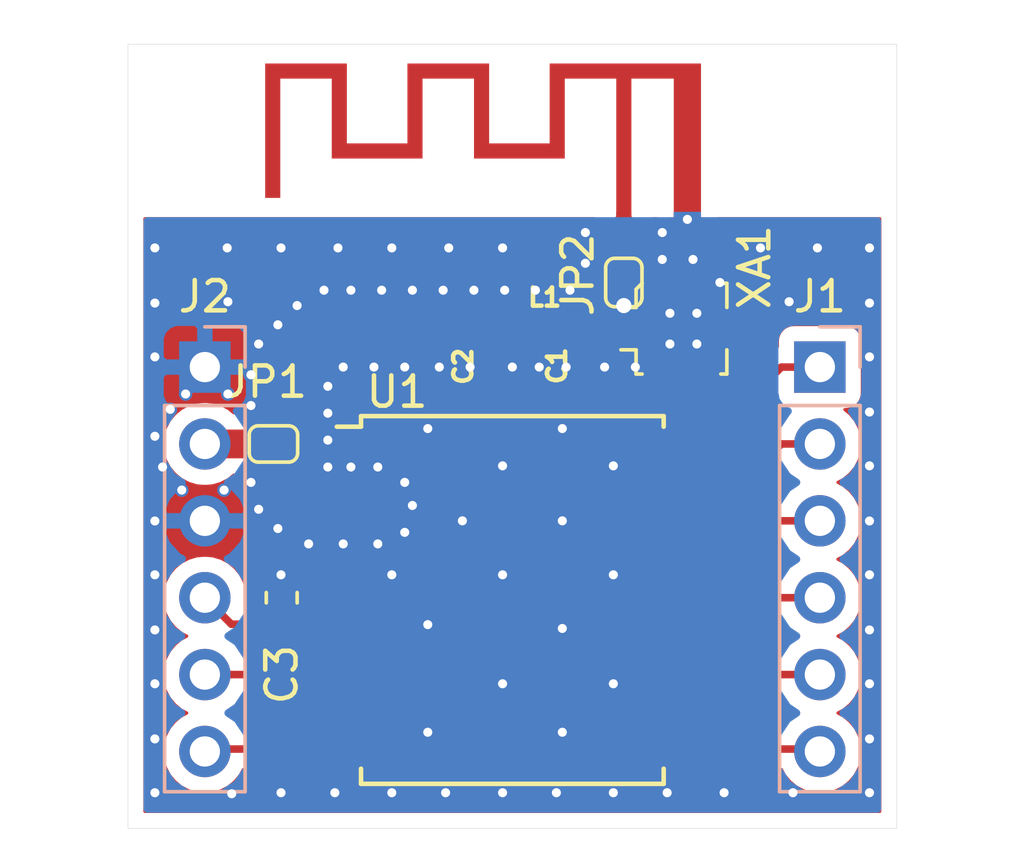
<source format=kicad_pcb>
(kicad_pcb (version 20171130) (host pcbnew "(5.0.1)-3")

  (general
    (thickness 1.6)
    (drawings 4)
    (tracks 161)
    (zones 0)
    (modules 12)
    (nets 15)
  )

  (page A4)
  (layers
    (0 F.Cu signal)
    (31 B.Cu signal)
    (32 B.Adhes user)
    (33 F.Adhes user)
    (34 B.Paste user)
    (35 F.Paste user)
    (36 B.SilkS user)
    (37 F.SilkS user)
    (38 B.Mask user)
    (39 F.Mask user)
    (40 Dwgs.User user)
    (41 Cmts.User user)
    (42 Eco1.User user)
    (43 Eco2.User user)
    (44 Edge.Cuts user)
    (45 Margin user)
    (46 B.CrtYd user)
    (47 F.CrtYd user)
    (48 B.Fab user)
    (49 F.Fab user)
  )

  (setup
    (last_trace_width 0.25)
    (trace_clearance 0.127)
    (zone_clearance 0.5)
    (zone_45_only no)
    (trace_min 0.2)
    (segment_width 0.2)
    (edge_width 0.15)
    (via_size 0.8)
    (via_drill 0.4)
    (via_min_size 0.5)
    (via_min_drill 0.25)
    (user_via 0.5 0.3)
    (uvia_size 0.3)
    (uvia_drill 0.1)
    (uvias_allowed no)
    (uvia_min_size 0.2)
    (uvia_min_drill 0.1)
    (pcb_text_width 0.3)
    (pcb_text_size 1.5 1.5)
    (mod_edge_width 0.15)
    (mod_text_size 1 1)
    (mod_text_width 0.15)
    (pad_size 0.5 0.5)
    (pad_drill 0.3)
    (pad_to_mask_clearance 0.051)
    (solder_mask_min_width 0.25)
    (aux_axis_origin 0 0)
    (grid_origin 60.96 107.95)
    (visible_elements 7FFFFFFF)
    (pcbplotparams
      (layerselection 0x010fc_ffffffff)
      (usegerberextensions false)
      (usegerberattributes false)
      (usegerberadvancedattributes false)
      (creategerberjobfile false)
      (excludeedgelayer true)
      (linewidth 0.100000)
      (plotframeref false)
      (viasonmask false)
      (mode 1)
      (useauxorigin false)
      (hpglpennumber 1)
      (hpglpenspeed 20)
      (hpglpendiameter 15.000000)
      (psnegative false)
      (psa4output false)
      (plotreference true)
      (plotvalue true)
      (plotinvisibletext false)
      (padsonsilk false)
      (subtractmaskfromsilk false)
      (outputformat 1)
      (mirror false)
      (drillshape 1)
      (scaleselection 1)
      (outputdirectory ""))
  )

  (net 0 "")
  (net 1 GND)
  (net 2 "Net-(J2-Pad2)")
  (net 3 "Net-(J1-Pad5)")
  (net 4 "Net-(J1-Pad4)")
  (net 5 "Net-(J1-Pad6)")
  (net 6 "Net-(J1-Pad2)")
  (net 7 "Net-(J1-Pad3)")
  (net 8 "Net-(J1-Pad1)")
  (net 9 "Net-(J2-Pad5)")
  (net 10 "Net-(J2-Pad6)")
  (net 11 /VCC)
  (net 12 /FEED)
  (net 13 /FEED_A)
  (net 14 /FEED_X)

  (net_class Default "This is the default net class."
    (clearance 0.127)
    (trace_width 0.25)
    (via_dia 0.8)
    (via_drill 0.4)
    (uvia_dia 0.3)
    (uvia_drill 0.1)
    (add_net "Net-(J1-Pad1)")
    (add_net "Net-(J1-Pad2)")
    (add_net "Net-(J1-Pad3)")
    (add_net "Net-(J1-Pad4)")
    (add_net "Net-(J1-Pad5)")
    (add_net "Net-(J1-Pad6)")
    (add_net "Net-(J2-Pad5)")
    (add_net "Net-(J2-Pad6)")
  )

  (net_class Feedline ""
    (clearance 0.127)
    (trace_width 0.95)
    (via_dia 0.8)
    (via_drill 0.4)
    (uvia_dia 0.3)
    (uvia_drill 0.1)
    (add_net /FEED)
    (add_net /FEED_A)
    (add_net /FEED_X)
    (add_net "Net-(J2-Pad2)")
  )

  (net_class Power ""
    (clearance 0.127)
    (trace_width 0.4)
    (via_dia 0.8)
    (via_drill 0.4)
    (uvia_dia 0.3)
    (uvia_drill 0.1)
    (add_net /VCC)
    (add_net GND)
  )

  (module air602bob:ant-via_tht (layer F.Cu) (tedit 5BE810D9) (tstamp 5BE81162)
    (at 77.343 90.678)
    (path /5BE8D56D)
    (fp_text reference XA2 (at 0 -2.032) (layer F.SilkS) hide
      (effects (font (size 0.6 0.6) (thickness 0.15)))
    )
    (fp_text value ant-tht_pad (at 0 -3.04) (layer F.Fab)
      (effects (font (size 1 1) (thickness 0.15)))
    )
    (pad 1 connect circle (at 0 0) (size 0.8 0.8) (layers F.Cu F.Mask)
      (net 14 /FEED_X))
    (pad 2 connect circle (at 0 0) (size 1 1) (layers B.Cu B.Mask)
      (net 1 GND))
    (pad "" np_thru_hole circle (at 0 0) (size 0.5 0.5) (drill 0.5) (layers *.Cu *.Mask)
      (zone_connect 0))
  )

  (module air602bob:SolderJumper-2_P0.6mm_Open_RoundedPad0.5x0.8mm (layer F.Cu) (tedit 5BE72664) (tstamp 5BE87BE7)
    (at 77.343 89.916 90)
    (descr "SMD Solder Jumper, 1x1.5mm, rounded Pads, 0.3mm gap, open")
    (tags "solder jumper open")
    (path /5BE6D88D)
    (attr virtual)
    (fp_text reference JP2 (at 0.254 -1.524 90) (layer F.SilkS)
      (effects (font (size 1 1) (thickness 0.15)))
    )
    (fp_text value SolderJumper_2_Open (at 0 1.778 90) (layer F.Fab)
      (effects (font (size 1 1) (thickness 0.15)))
    )
    (fp_line (start 1.016 0.762) (end -1.016 0.762) (layer F.CrtYd) (width 0.05))
    (fp_line (start 1.016 0.762) (end 1.016 -0.762) (layer F.CrtYd) (width 0.05))
    (fp_line (start -1.016 -0.762) (end -1.016 0.762) (layer F.CrtYd) (width 0.05))
    (fp_line (start -1.016 -0.762) (end 1.016 -0.762) (layer F.CrtYd) (width 0.05))
    (fp_line (start -0.5 -0.6) (end 0.5 -0.6) (layer F.SilkS) (width 0.12))
    (fp_line (start 0.8 -0.3) (end 0.8 0.3) (layer F.SilkS) (width 0.12))
    (fp_line (start 0.5 0.6) (end -0.5 0.6) (layer F.SilkS) (width 0.12))
    (fp_line (start -0.8 0.3) (end -0.8 -0.3) (layer F.SilkS) (width 0.12))
    (fp_arc (start -0.5 -0.3) (end -0.5 -0.6) (angle -90) (layer F.SilkS) (width 0.12))
    (fp_arc (start -0.5 0.3) (end -0.8 0.3) (angle -90) (layer F.SilkS) (width 0.12))
    (fp_arc (start 0.5 0.3) (end 0.5 0.6) (angle -90) (layer F.SilkS) (width 0.12))
    (fp_arc (start 0.5 -0.3) (end 0.8 -0.3) (angle -90) (layer F.SilkS) (width 0.12))
    (pad 2 smd custom (at 0.4 0.00254 270) (size 0.4 0.4) (layers F.Cu F.Mask)
      (net 13 /FEED_A) (zone_connect 0)
      (options (clearance outline) (anchor rect))
      (primitives
        (gr_circle (center 0 0.2) (end 0.2 0.2) (width 0))
        (gr_circle (center 0 -0.2) (end 0.2 -0.2) (width 0))
        (gr_poly (pts
           (xy 0 -0.4) (xy 0.3 -0.4) (xy 0.3 0.4) (xy 0 0.4)) (width 0))
      ))
    (pad 1 smd custom (at -0.4 0 90) (size 0.4 0.4) (layers F.Cu F.Mask)
      (net 14 /FEED_X) (zone_connect 0)
      (options (clearance outline) (anchor rect))
      (primitives
        (gr_circle (center 0 0.2) (end 0.2 0.2) (width 0))
        (gr_circle (center 0 -0.2) (end 0.2 -0.2) (width 0))
        (gr_poly (pts
           (xy 0 -0.4) (xy 0.3 -0.4) (xy 0.3 0.4) (xy 0 0.4)) (width 0))
      ))
  )

  (module air602bob:SolderJumper-2_P0.6mm_Open_RoundedPad0.5x0.8mm (layer F.Cu) (tedit 5BE72664) (tstamp 5BE87BD6)
    (at 65.767 95.25 180)
    (descr "SMD Solder Jumper, 1x1.5mm, rounded Pads, 0.3mm gap, open")
    (tags "solder jumper open")
    (path /5BE3446A)
    (attr virtual)
    (fp_text reference JP1 (at 0.254 2.05 180) (layer F.SilkS)
      (effects (font (size 1 1) (thickness 0.15)))
    )
    (fp_text value SolderJumper_2_Open (at 0 1.778 180) (layer F.Fab)
      (effects (font (size 1 1) (thickness 0.15)))
    )
    (fp_arc (start 0.5 -0.3) (end 0.8 -0.3) (angle -90) (layer F.SilkS) (width 0.12))
    (fp_arc (start 0.5 0.3) (end 0.5 0.6) (angle -90) (layer F.SilkS) (width 0.12))
    (fp_arc (start -0.5 0.3) (end -0.8 0.3) (angle -90) (layer F.SilkS) (width 0.12))
    (fp_arc (start -0.5 -0.3) (end -0.5 -0.6) (angle -90) (layer F.SilkS) (width 0.12))
    (fp_line (start -0.8 0.3) (end -0.8 -0.3) (layer F.SilkS) (width 0.12))
    (fp_line (start 0.5 0.6) (end -0.5 0.6) (layer F.SilkS) (width 0.12))
    (fp_line (start 0.8 -0.3) (end 0.8 0.3) (layer F.SilkS) (width 0.12))
    (fp_line (start -0.5 -0.6) (end 0.5 -0.6) (layer F.SilkS) (width 0.12))
    (fp_line (start -1.016 -0.762) (end 1.016 -0.762) (layer F.CrtYd) (width 0.05))
    (fp_line (start -1.016 -0.762) (end -1.016 0.762) (layer F.CrtYd) (width 0.05))
    (fp_line (start 1.016 0.762) (end 1.016 -0.762) (layer F.CrtYd) (width 0.05))
    (fp_line (start 1.016 0.762) (end -1.016 0.762) (layer F.CrtYd) (width 0.05))
    (pad 1 smd custom (at -0.4 0 180) (size 0.4 0.4) (layers F.Cu F.Mask)
      (net 12 /FEED) (zone_connect 0)
      (options (clearance outline) (anchor rect))
      (primitives
        (gr_circle (center 0 0.2) (end 0.2 0.2) (width 0))
        (gr_circle (center 0 -0.2) (end 0.2 -0.2) (width 0))
        (gr_poly (pts
           (xy 0 -0.4) (xy 0.3 -0.4) (xy 0.3 0.4) (xy 0 0.4)) (width 0))
      ))
    (pad 2 smd custom (at 0.4 0.00254) (size 0.4 0.4) (layers F.Cu F.Mask)
      (net 2 "Net-(J2-Pad2)") (zone_connect 0)
      (options (clearance outline) (anchor rect))
      (primitives
        (gr_circle (center 0 0.2) (end 0.2 0.2) (width 0))
        (gr_circle (center 0 -0.2) (end 0.2 -0.2) (width 0))
        (gr_poly (pts
           (xy 0 -0.4) (xy 0.3 -0.4) (xy 0.3 0.4) (xy 0 0.4)) (width 0))
      ))
  )

  (module Connector_Coaxial:U.FL_Molex_MCRF_73412-0110_Vertical (layer F.Cu) (tedit 5A1B5B59) (tstamp 5BE83D00)
    (at 79.248 91.44 270)
    (descr "Molex Microcoaxial RF Connectors (MCRF), mates Hirose U.FL, (http://www.molex.com/pdm_docs/sd/734120110_sd.pdf)")
    (tags "mcrf hirose ufl u.fl microcoaxial")
    (path /5BE7543D)
    (attr smd)
    (fp_text reference XA1 (at -2.032 -2.413 270) (layer F.SilkS)
      (effects (font (size 1 1) (thickness 0.15)))
    )
    (fp_text value "u.Fl male" (at 0 -3.302 270) (layer F.Fab)
      (effects (font (size 1 1) (thickness 0.15)))
    )
    (fp_line (start 0 1) (end 0.3 1.3) (layer F.Fab) (width 0.1))
    (fp_line (start -0.3 1.3) (end 0 1) (layer F.Fab) (width 0.1))
    (fp_line (start 0.7 1.5) (end 0.7 2) (layer F.SilkS) (width 0.12))
    (fp_line (start -0.7 1.5) (end -0.7 2) (layer F.SilkS) (width 0.12))
    (fp_text user %R (at 0 3.5 270) (layer F.Fab)
      (effects (font (size 1 1) (thickness 0.15)))
    )
    (fp_circle (center 0 0) (end 0 0.05) (layer F.Fab) (width 0.1))
    (fp_circle (center 0 0) (end 0 0.125) (layer F.Fab) (width 0.1))
    (fp_line (start -0.7 1.5) (end -1.3 1.5) (layer F.SilkS) (width 0.12))
    (fp_line (start -1.3 1.5) (end -1.5 1.3) (layer F.SilkS) (width 0.12))
    (fp_line (start 1.5 1.3) (end 1.5 1.5) (layer F.SilkS) (width 0.12))
    (fp_line (start 1.5 1.5) (end 0.7 1.5) (layer F.SilkS) (width 0.12))
    (fp_line (start 0.7 -1.5) (end 1.5 -1.5) (layer F.SilkS) (width 0.12))
    (fp_line (start 1.5 -1.5) (end 1.5 -1.3) (layer F.SilkS) (width 0.12))
    (fp_line (start -1.5 -1.3) (end -1.5 -1.5) (layer F.SilkS) (width 0.12))
    (fp_line (start -1.5 -1.5) (end -0.7 -1.5) (layer F.SilkS) (width 0.12))
    (fp_circle (center 0 0) (end 0.9 0) (layer F.Fab) (width 0.1))
    (fp_line (start -1.3 -1.3) (end 1.3 -1.3) (layer F.Fab) (width 0.1))
    (fp_line (start -1.3 -1.3) (end -1.3 1) (layer F.Fab) (width 0.1))
    (fp_line (start -1.3 1) (end -1 1.3) (layer F.Fab) (width 0.1))
    (fp_line (start 1.3 -1.3) (end 1.3 1.3) (layer F.Fab) (width 0.1))
    (fp_line (start -2.5 -2.5) (end -2.5 2.5) (layer F.CrtYd) (width 0.05))
    (fp_line (start -2.5 2.5) (end 2.5 2.5) (layer F.CrtYd) (width 0.05))
    (fp_line (start 2.5 2.5) (end 2.5 -2.5) (layer F.CrtYd) (width 0.05))
    (fp_line (start 2.5 -2.5) (end -2.5 -2.5) (layer F.CrtYd) (width 0.05))
    (fp_line (start -1 1.3) (end 1.3 1.3) (layer F.Fab) (width 0.1))
    (fp_circle (center 0 0) (end 0 0.2) (layer F.Fab) (width 0.1))
    (pad 2 smd rect (at -1.475 0 270) (size 1.05 2.2) (layers F.Cu F.Paste F.Mask)
      (net 1 GND))
    (pad 2 smd rect (at 1.475 0 270) (size 1.05 2.2) (layers F.Cu F.Paste F.Mask)
      (net 1 GND))
    (pad 2 smd rect (at 0 -1.5 270) (size 1 1) (layers F.Cu F.Paste F.Mask)
      (net 1 GND))
    (pad 1 smd rect (at 0 1.5 270) (size 1 1) (layers F.Cu F.Paste F.Mask)
      (net 14 /FEED_X))
    (model ${KISYS3DMOD}/Connector_Coaxial.3dshapes/U.FL_Molex_MCRF_73412-0110_Vertical.wrl
      (at (xyz 0 0 0))
      (scale (xyz 1 1 1))
      (rotate (xyz 0 0 0))
    )
  )

  (module Capacitor_SMD:C_0603_1608Metric_Pad1.05x0.95mm_HandSolder (layer F.Cu) (tedit 5B301BBE) (tstamp 5BE8274D)
    (at 66.04 100.33 90)
    (descr "Capacitor SMD 0603 (1608 Metric), square (rectangular) end terminal, IPC_7351 nominal with elongated pad for handsoldering. (Body size source: http://www.tortai-tech.com/upload/download/2011102023233369053.pdf), generated with kicad-footprint-generator")
    (tags "capacitor handsolder")
    (path /5BE75E85)
    (attr smd)
    (fp_text reference C3 (at -2.54 0 90) (layer F.SilkS)
      (effects (font (size 1 1) (thickness 0.15)))
    )
    (fp_text value "x pF" (at 0 1.43 90) (layer F.Fab)
      (effects (font (size 1 1) (thickness 0.15)))
    )
    (fp_line (start -0.8 0.4) (end -0.8 -0.4) (layer F.Fab) (width 0.1))
    (fp_line (start -0.8 -0.4) (end 0.8 -0.4) (layer F.Fab) (width 0.1))
    (fp_line (start 0.8 -0.4) (end 0.8 0.4) (layer F.Fab) (width 0.1))
    (fp_line (start 0.8 0.4) (end -0.8 0.4) (layer F.Fab) (width 0.1))
    (fp_line (start -0.171267 -0.51) (end 0.171267 -0.51) (layer F.SilkS) (width 0.12))
    (fp_line (start -0.171267 0.51) (end 0.171267 0.51) (layer F.SilkS) (width 0.12))
    (fp_line (start -1.65 0.73) (end -1.65 -0.73) (layer F.CrtYd) (width 0.05))
    (fp_line (start -1.65 -0.73) (end 1.65 -0.73) (layer F.CrtYd) (width 0.05))
    (fp_line (start 1.65 -0.73) (end 1.65 0.73) (layer F.CrtYd) (width 0.05))
    (fp_line (start 1.65 0.73) (end -1.65 0.73) (layer F.CrtYd) (width 0.05))
    (fp_text user %R (at 0 0 180) (layer F.Fab)
      (effects (font (size 0.4 0.4) (thickness 0.06)))
    )
    (pad 1 smd roundrect (at -0.875 0 90) (size 1.05 0.95) (layers F.Cu F.Paste F.Mask) (roundrect_rratio 0.25)
      (net 11 /VCC))
    (pad 2 smd roundrect (at 0.875 0 90) (size 1.05 0.95) (layers F.Cu F.Paste F.Mask) (roundrect_rratio 0.25)
      (net 1 GND))
    (model ${KISYS3DMOD}/Capacitor_SMD.3dshapes/C_0603_1608Metric.wrl
      (at (xyz 0 0 0))
      (scale (xyz 1 1 1))
      (rotate (xyz 0 0 0))
    )
  )

  (module Capacitor_SMD:C_0402_1005Metric (layer F.Cu) (tedit 5BE71DE0) (tstamp 5BE82BC9)
    (at 73.025 92.202 90)
    (descr "Capacitor SMD 0402 (1005 Metric), square (rectangular) end terminal, IPC_7351 nominal, (Body size source: http://www.tortai-tech.com/upload/download/2011102023233369053.pdf), generated with kicad-footprint-generator")
    (tags capacitor)
    (path /5BE6EE15)
    (attr smd)
    (fp_text reference C2 (at -0.485 -0.99 90) (layer F.SilkS)
      (effects (font (size 0.6 0.6) (thickness 0.15)))
    )
    (fp_text value "x pF" (at 0 1.17 90) (layer F.Fab)
      (effects (font (size 1 1) (thickness 0.15)))
    )
    (fp_text user %R (at 0 0 90) (layer F.Fab)
      (effects (font (size 0.25 0.25) (thickness 0.04)))
    )
    (fp_line (start 0.93 0.47) (end -0.93 0.47) (layer F.CrtYd) (width 0.05))
    (fp_line (start 0.93 -0.47) (end 0.93 0.47) (layer F.CrtYd) (width 0.05))
    (fp_line (start -0.93 -0.47) (end 0.93 -0.47) (layer F.CrtYd) (width 0.05))
    (fp_line (start -0.93 0.47) (end -0.93 -0.47) (layer F.CrtYd) (width 0.05))
    (fp_line (start 0.5 0.25) (end -0.5 0.25) (layer F.Fab) (width 0.1))
    (fp_line (start 0.5 -0.25) (end 0.5 0.25) (layer F.Fab) (width 0.1))
    (fp_line (start -0.5 -0.25) (end 0.5 -0.25) (layer F.Fab) (width 0.1))
    (fp_line (start -0.5 0.25) (end -0.5 -0.25) (layer F.Fab) (width 0.1))
    (pad 2 smd roundrect (at 0.485 0 90) (size 0.59 0.64) (layers F.Cu F.Paste F.Mask) (roundrect_rratio 0.25)
      (net 12 /FEED))
    (pad 1 smd roundrect (at -0.485 0 90) (size 0.59 0.64) (layers F.Cu F.Paste F.Mask) (roundrect_rratio 0.25)
      (net 1 GND))
    (model ${KISYS3DMOD}/Capacitor_SMD.3dshapes/C_0402_1005Metric.wrl
      (at (xyz 0 0 0))
      (scale (xyz 1 1 1))
      (rotate (xyz 0 0 0))
    )
  )

  (module Capacitor_SMD:C_0402_1005Metric (layer F.Cu) (tedit 5BE71DE6) (tstamp 5BE80826)
    (at 76.073 92.202 90)
    (descr "Capacitor SMD 0402 (1005 Metric), square (rectangular) end terminal, IPC_7351 nominal, (Body size source: http://www.tortai-tech.com/upload/download/2011102023233369053.pdf), generated with kicad-footprint-generator")
    (tags capacitor)
    (path /5BE6F551)
    (attr smd)
    (fp_text reference C1 (at -0.465 -0.94 90) (layer F.SilkS)
      (effects (font (size 0.6 0.6) (thickness 0.15)))
    )
    (fp_text value "x pF" (at 0 1.17 90) (layer F.Fab)
      (effects (font (size 1 1) (thickness 0.15)))
    )
    (fp_line (start -0.5 0.25) (end -0.5 -0.25) (layer F.Fab) (width 0.1))
    (fp_line (start -0.5 -0.25) (end 0.5 -0.25) (layer F.Fab) (width 0.1))
    (fp_line (start 0.5 -0.25) (end 0.5 0.25) (layer F.Fab) (width 0.1))
    (fp_line (start 0.5 0.25) (end -0.5 0.25) (layer F.Fab) (width 0.1))
    (fp_line (start -0.93 0.47) (end -0.93 -0.47) (layer F.CrtYd) (width 0.05))
    (fp_line (start -0.93 -0.47) (end 0.93 -0.47) (layer F.CrtYd) (width 0.05))
    (fp_line (start 0.93 -0.47) (end 0.93 0.47) (layer F.CrtYd) (width 0.05))
    (fp_line (start 0.93 0.47) (end -0.93 0.47) (layer F.CrtYd) (width 0.05))
    (fp_text user %R (at 0 0 90) (layer F.Fab)
      (effects (font (size 0.25 0.25) (thickness 0.04)))
    )
    (pad 1 smd roundrect (at -0.485 0 90) (size 0.59 0.64) (layers F.Cu F.Paste F.Mask) (roundrect_rratio 0.25)
      (net 1 GND))
    (pad 2 smd roundrect (at 0.485 0 90) (size 0.59 0.64) (layers F.Cu F.Paste F.Mask) (roundrect_rratio 0.25)
      (net 14 /FEED_X))
    (model ${KISYS3DMOD}/Capacitor_SMD.3dshapes/C_0402_1005Metric.wrl
      (at (xyz 0 0 0))
      (scale (xyz 1 1 1))
      (rotate (xyz 0 0 0))
    )
  )

  (module Connector_PinHeader_2.54mm:PinHeader_1x06_P2.54mm_Vertical (layer B.Cu) (tedit 59FED5CC) (tstamp 5BE81164)
    (at 63.5 92.71 180)
    (descr "Through hole straight pin header, 1x06, 2.54mm pitch, single row")
    (tags "Through hole pin header THT 1x06 2.54mm single row")
    (path /5BE3318E)
    (fp_text reference J2 (at 0 2.33 180) (layer F.SilkS)
      (effects (font (size 1 1) (thickness 0.15)))
    )
    (fp_text value Conn_01x06_Male (at 0 -15.03 180) (layer B.Fab)
      (effects (font (size 1 1) (thickness 0.15)) (justify mirror))
    )
    (fp_text user %R (at 0 -6.35 90) (layer B.Fab)
      (effects (font (size 1 1) (thickness 0.15)) (justify mirror))
    )
    (fp_line (start 1.8 1.8) (end -1.8 1.8) (layer B.CrtYd) (width 0.05))
    (fp_line (start 1.8 -14.5) (end 1.8 1.8) (layer B.CrtYd) (width 0.05))
    (fp_line (start -1.8 -14.5) (end 1.8 -14.5) (layer B.CrtYd) (width 0.05))
    (fp_line (start -1.8 1.8) (end -1.8 -14.5) (layer B.CrtYd) (width 0.05))
    (fp_line (start -1.33 1.33) (end 0 1.33) (layer B.SilkS) (width 0.12))
    (fp_line (start -1.33 0) (end -1.33 1.33) (layer B.SilkS) (width 0.12))
    (fp_line (start -1.33 -1.27) (end 1.33 -1.27) (layer B.SilkS) (width 0.12))
    (fp_line (start 1.33 -1.27) (end 1.33 -14.03) (layer B.SilkS) (width 0.12))
    (fp_line (start -1.33 -1.27) (end -1.33 -14.03) (layer B.SilkS) (width 0.12))
    (fp_line (start -1.33 -14.03) (end 1.33 -14.03) (layer B.SilkS) (width 0.12))
    (fp_line (start -1.27 0.635) (end -0.635 1.27) (layer B.Fab) (width 0.1))
    (fp_line (start -1.27 -13.97) (end -1.27 0.635) (layer B.Fab) (width 0.1))
    (fp_line (start 1.27 -13.97) (end -1.27 -13.97) (layer B.Fab) (width 0.1))
    (fp_line (start 1.27 1.27) (end 1.27 -13.97) (layer B.Fab) (width 0.1))
    (fp_line (start -0.635 1.27) (end 1.27 1.27) (layer B.Fab) (width 0.1))
    (pad 6 thru_hole oval (at 0 -12.7 180) (size 1.7 1.7) (drill 1) (layers *.Cu *.Mask)
      (net 10 "Net-(J2-Pad6)"))
    (pad 5 thru_hole oval (at 0 -10.16 180) (size 1.7 1.7) (drill 1) (layers *.Cu *.Mask)
      (net 9 "Net-(J2-Pad5)"))
    (pad 4 thru_hole oval (at 0 -7.62 180) (size 1.7 1.7) (drill 1) (layers *.Cu *.Mask)
      (net 11 /VCC))
    (pad 3 thru_hole oval (at 0 -5.08 180) (size 1.7 1.7) (drill 1) (layers *.Cu *.Mask)
      (net 1 GND))
    (pad 2 thru_hole oval (at 0 -2.54 180) (size 1.7 1.7) (drill 1) (layers *.Cu *.Mask)
      (net 2 "Net-(J2-Pad2)"))
    (pad 1 thru_hole rect (at 0 0 180) (size 1.7 1.7) (drill 1) (layers *.Cu *.Mask)
      (net 1 GND))
    (model ${KISYS3DMOD}/Connector_PinHeader_2.54mm.3dshapes/PinHeader_1x06_P2.54mm_Vertical.wrl
      (at (xyz 0 0 0))
      (scale (xyz 1 1 1))
      (rotate (xyz 0 0 0))
    )
  )

  (module Connector_PinHeader_2.54mm:PinHeader_1x06_P2.54mm_Vertical (layer B.Cu) (tedit 59FED5CC) (tstamp 5BE807DB)
    (at 83.82 92.71 180)
    (descr "Through hole straight pin header, 1x06, 2.54mm pitch, single row")
    (tags "Through hole pin header THT 1x06 2.54mm single row")
    (path /5BD966A0)
    (fp_text reference J1 (at 0 2.33 180) (layer F.SilkS)
      (effects (font (size 1 1) (thickness 0.15)))
    )
    (fp_text value Conn_01x06_Male (at 0 -15.03 180) (layer B.Fab)
      (effects (font (size 1 1) (thickness 0.15)) (justify mirror))
    )
    (fp_line (start -0.635 1.27) (end 1.27 1.27) (layer B.Fab) (width 0.1))
    (fp_line (start 1.27 1.27) (end 1.27 -13.97) (layer B.Fab) (width 0.1))
    (fp_line (start 1.27 -13.97) (end -1.27 -13.97) (layer B.Fab) (width 0.1))
    (fp_line (start -1.27 -13.97) (end -1.27 0.635) (layer B.Fab) (width 0.1))
    (fp_line (start -1.27 0.635) (end -0.635 1.27) (layer B.Fab) (width 0.1))
    (fp_line (start -1.33 -14.03) (end 1.33 -14.03) (layer B.SilkS) (width 0.12))
    (fp_line (start -1.33 -1.27) (end -1.33 -14.03) (layer B.SilkS) (width 0.12))
    (fp_line (start 1.33 -1.27) (end 1.33 -14.03) (layer B.SilkS) (width 0.12))
    (fp_line (start -1.33 -1.27) (end 1.33 -1.27) (layer B.SilkS) (width 0.12))
    (fp_line (start -1.33 0) (end -1.33 1.33) (layer B.SilkS) (width 0.12))
    (fp_line (start -1.33 1.33) (end 0 1.33) (layer B.SilkS) (width 0.12))
    (fp_line (start -1.8 1.8) (end -1.8 -14.5) (layer B.CrtYd) (width 0.05))
    (fp_line (start -1.8 -14.5) (end 1.8 -14.5) (layer B.CrtYd) (width 0.05))
    (fp_line (start 1.8 -14.5) (end 1.8 1.8) (layer B.CrtYd) (width 0.05))
    (fp_line (start 1.8 1.8) (end -1.8 1.8) (layer B.CrtYd) (width 0.05))
    (fp_text user %R (at 0 -6.35 90) (layer B.Fab)
      (effects (font (size 1 1) (thickness 0.15)) (justify mirror))
    )
    (pad 1 thru_hole rect (at 0 0 180) (size 1.7 1.7) (drill 1) (layers *.Cu *.Mask)
      (net 8 "Net-(J1-Pad1)"))
    (pad 2 thru_hole oval (at 0 -2.54 180) (size 1.7 1.7) (drill 1) (layers *.Cu *.Mask)
      (net 6 "Net-(J1-Pad2)"))
    (pad 3 thru_hole oval (at 0 -5.08 180) (size 1.7 1.7) (drill 1) (layers *.Cu *.Mask)
      (net 7 "Net-(J1-Pad3)"))
    (pad 4 thru_hole oval (at 0 -7.62 180) (size 1.7 1.7) (drill 1) (layers *.Cu *.Mask)
      (net 4 "Net-(J1-Pad4)"))
    (pad 5 thru_hole oval (at 0 -10.16 180) (size 1.7 1.7) (drill 1) (layers *.Cu *.Mask)
      (net 3 "Net-(J1-Pad5)"))
    (pad 6 thru_hole oval (at 0 -12.7 180) (size 1.7 1.7) (drill 1) (layers *.Cu *.Mask)
      (net 5 "Net-(J1-Pad6)"))
    (model ${KISYS3DMOD}/Connector_PinHeader_2.54mm.3dshapes/PinHeader_1x06_P2.54mm_Vertical.wrl
      (at (xyz 0 0 0))
      (scale (xyz 1 1 1))
      (rotate (xyz 0 0 0))
    )
  )

  (module Inductor_SMD:L_0402_1005Metric (layer F.Cu) (tedit 5BE71DCF) (tstamp 5BE807C1)
    (at 74.572 91.44 180)
    (descr "Inductor SMD 0402 (1005 Metric), square (rectangular) end terminal, IPC_7351 nominal, (Body size source: http://www.tortai-tech.com/upload/download/2011102023233369053.pdf), generated with kicad-footprint-generator")
    (tags inductor)
    (path /5BE6F5B1)
    (attr smd)
    (fp_text reference L1 (at -0.155 1.03 180) (layer F.SilkS)
      (effects (font (size 0.6 0.6) (thickness 0.15)))
    )
    (fp_text value "x nH" (at 0 1.17 180) (layer F.Fab)
      (effects (font (size 1 1) (thickness 0.15)))
    )
    (fp_line (start -0.5 0.25) (end -0.5 -0.25) (layer F.Fab) (width 0.1))
    (fp_line (start -0.5 -0.25) (end 0.5 -0.25) (layer F.Fab) (width 0.1))
    (fp_line (start 0.5 -0.25) (end 0.5 0.25) (layer F.Fab) (width 0.1))
    (fp_line (start 0.5 0.25) (end -0.5 0.25) (layer F.Fab) (width 0.1))
    (fp_line (start -0.93 0.47) (end -0.93 -0.47) (layer F.CrtYd) (width 0.05))
    (fp_line (start -0.93 -0.47) (end 0.93 -0.47) (layer F.CrtYd) (width 0.05))
    (fp_line (start 0.93 -0.47) (end 0.93 0.47) (layer F.CrtYd) (width 0.05))
    (fp_line (start 0.93 0.47) (end -0.93 0.47) (layer F.CrtYd) (width 0.05))
    (fp_text user %R (at 0 0 270) (layer F.Fab)
      (effects (font (size 0.25 0.25) (thickness 0.04)))
    )
    (pad 1 smd roundrect (at -0.485 0 180) (size 0.59 0.64) (layers F.Cu F.Paste F.Mask) (roundrect_rratio 0.25)
      (net 14 /FEED_X))
    (pad 2 smd roundrect (at 0.485 0 180) (size 0.59 0.64) (layers F.Cu F.Paste F.Mask) (roundrect_rratio 0.25)
      (net 12 /FEED))
    (model ${KISYS3DMOD}/Inductor_SMD.3dshapes/L_0402_1005Metric.wrl
      (at (xyz 0 0 0))
      (scale (xyz 1 1 1))
      (rotate (xyz 0 0 0))
    )
  )

  (module RF_Antenna:Texas_SWRA117D_2.4GHz_Left (layer F.Cu) (tedit 5BE71947) (tstamp 5BE8078E)
    (at 77.343 87.83)
    (descr http://www.ti.com/lit/an/swra117d/swra117d.pdf)
    (tags "PCB antenna")
    (path /5BE6D73E)
    (attr virtual)
    (fp_text reference ANT1 (at -4.55 -6.41) (layer F.SilkS) hide
      (effects (font (size 1 1) (thickness 0.15)))
    )
    (fp_text value PIFA (at -3.95 1.21) (layer F.Fab)
      (effects (font (size 1 1) (thickness 0.15)))
    )
    (fp_poly (pts (xy -2.45 -2.51) (xy -4.45 -2.51) (xy -4.45 -5.15) (xy -7.15 -5.15)
      (xy -7.15 -2.51) (xy -9.15 -2.51) (xy -9.15 -5.15) (xy -11.85 -5.15)
      (xy -11.85 -0.71) (xy -11.35 -0.71) (xy -11.35 -4.65) (xy -9.65 -4.65)
      (xy -9.65 -2.01) (xy -6.65 -2.01) (xy -6.65 -4.65) (xy -4.95 -4.65)
      (xy -4.95 -2.01) (xy -1.95 -2.01) (xy -1.95 -4.65) (xy -0.25 -4.65)
      (xy -0.25 0.25) (xy 0.25 0.25) (xy 0.25 -4.65) (xy 1.65 -4.65)
      (xy 1.65 0.25) (xy 2.55 0.25) (xy 2.55 0.006785) (xy 2.247583 0.006785)
      (xy 2.237742 0.054395) (xy 2.213674 0.096797) (xy 2.175731 0.129581) (xy 2.167819 0.133935)
      (xy 2.125156 0.146043) (xy 2.076637 0.1453) (xy 2.031122 0.1324) (xy 2.012511 0.121787)
      (xy 1.978868 0.086553) (xy 1.958309 0.041368) (xy 1.951778 -0.008158) (xy 1.960218 -0.056417)
      (xy 1.977112 -0.088643) (xy 2.012372 -0.121313) (xy 2.057682 -0.141408) (xy 2.107267 -0.147982)
      (xy 2.155353 -0.140092) (xy 2.188245 -0.123186) (xy 2.223185 -0.086416) (xy 2.242847 -0.041622)
      (xy 2.247583 0.006785) (xy 2.55 0.006785) (xy 2.55 -5.15) (xy -2.45 -5.15)
      (xy -2.45 -2.51)) (layer F.Cu) (width 0))
    (fp_line (start 3.05 -5.45) (end -12.15 -5.45) (layer Dwgs.User) (width 0.15))
    (fp_line (start 3.05 -0.25) (end -12.15 -0.25) (layer Dwgs.User) (width 0.15))
    (fp_line (start 3.05 -0.25) (end 3.05 -5.45) (layer Dwgs.User) (width 0.15))
    (fp_line (start -12.15 -0.25) (end -12.15 -5.45) (layer Dwgs.User) (width 0.15))
    (fp_line (start 3.05 -5.45) (end -12.15 -0.25) (layer Dwgs.User) (width 0.15))
    (fp_line (start 3.05 -0.25) (end -12.15 -5.45) (layer Dwgs.User) (width 0.15))
    (fp_line (start 3.2 -5.6) (end -12.3 -5.6) (layer F.CrtYd) (width 0.05))
    (fp_line (start -12.3 -5.6) (end -12.3 0.35) (layer F.CrtYd) (width 0.05))
    (fp_line (start -12.3 0.35) (end 3.2 0.35) (layer F.CrtYd) (width 0.05))
    (fp_line (start 3.2 0.35) (end 3.2 -5.6) (layer F.CrtYd) (width 0.05))
    (fp_text user %R (at -4.55 -6.4) (layer F.Fab)
      (effects (font (size 1 1) (thickness 0.15)))
    )
    (fp_line (start -12.3 -5.6) (end -12.3 0.35) (layer F.Fab) (width 0.15))
    (fp_line (start 3.2 0.35) (end 3.2 -5.6) (layer F.Fab) (width 0.15))
    (fp_line (start -12.3 0.35) (end 3.2 0.35) (layer F.Fab) (width 0.15))
    (fp_line (start 3.2 -5.6) (end -12.3 -5.6) (layer F.Fab) (width 0.15))
    (pad 2 thru_hole rect (at 2.1 0) (size 0.9 0.5) (drill 0.3) (layers *.Cu)
      (net 1 GND) (zone_connect 2))
    (pad 1 connect rect (at 0 0) (size 0.5 0.5) (layers F.Cu)
      (net 13 /FEED_A))
  )

  (module air602:AIR602 (layer F.Cu) (tedit 5BE33B48) (tstamp 5BE80778)
    (at 73.66 100.33)
    (path /5BD95790)
    (fp_text reference U1 (at -3.81 -6.8) (layer F.SilkS)
      (effects (font (size 1 1) (thickness 0.15)))
    )
    (fp_text value AIR602 (at 0 0 90) (layer F.Fab)
      (effects (font (size 1 1) (thickness 0.15)))
    )
    (fp_line (start -5 -6) (end 5 -6) (layer F.SilkS) (width 0.15))
    (fp_line (start -5 6.15) (end 5 6.15) (layer F.SilkS) (width 0.15))
    (fp_line (start -5 6.15) (end -5 5.65) (layer F.SilkS) (width 0.15))
    (fp_line (start 5 6.15) (end 5 5.65) (layer F.SilkS) (width 0.15))
    (fp_line (start 5 -6) (end 5 -5.65) (layer F.SilkS) (width 0.15))
    (fp_line (start -5 -6) (end -5 -5.65) (layer F.SilkS) (width 0.15))
    (fp_line (start -5 -5.65) (end -5.8 -5.65) (layer F.SilkS) (width 0.15))
    (fp_line (start -4.95 -5.95) (end -4.95 6.1) (layer F.Fab) (width 0.12))
    (fp_line (start -4.95 6.1) (end 4.95 6.1) (layer F.Fab) (width 0.12))
    (fp_line (start 4.95 6.1) (end 4.95 -5.95) (layer F.Fab) (width 0.12))
    (fp_line (start 4.95 -5.95) (end -4.95 -5.95) (layer F.Fab) (width 0.12))
    (pad 1 smd roundrect (at -5 -5) (size 1.8 1) (layers F.Cu F.Paste F.Mask) (roundrect_rratio 0.25)
      (net 1 GND))
    (pad 2 smd roundrect (at -5 -3) (size 1.8 1) (layers F.Cu F.Paste F.Mask) (roundrect_rratio 0.25)
      (net 12 /FEED))
    (pad 3 smd roundrect (at -5 -1) (size 1.8 1) (layers F.Cu F.Paste F.Mask) (roundrect_rratio 0.25)
      (net 1 GND))
    (pad 4 smd roundrect (at -5 1) (size 1.8 1) (layers F.Cu F.Paste F.Mask) (roundrect_rratio 0.25)
      (net 11 /VCC))
    (pad 5 smd roundrect (at -5 3) (size 1.8 1) (layers F.Cu F.Paste F.Mask) (roundrect_rratio 0.25)
      (net 9 "Net-(J2-Pad5)"))
    (pad 6 smd roundrect (at -5 5) (size 1.8 1) (layers F.Cu F.Paste F.Mask) (roundrect_rratio 0.25)
      (net 10 "Net-(J2-Pad6)"))
    (pad 8 smd roundrect (at 5 3) (size 1.8 1) (layers F.Cu F.Paste F.Mask) (roundrect_rratio 0.25)
      (net 3 "Net-(J1-Pad5)"))
    (pad 9 smd roundrect (at 5 1) (size 1.8 1) (layers F.Cu F.Paste F.Mask) (roundrect_rratio 0.25)
      (net 4 "Net-(J1-Pad4)"))
    (pad 7 smd roundrect (at 5 5) (size 1.8 1) (layers F.Cu F.Paste F.Mask) (roundrect_rratio 0.25)
      (net 5 "Net-(J1-Pad6)"))
    (pad 11 smd roundrect (at 5 -3) (size 1.8 1) (layers F.Cu F.Paste F.Mask) (roundrect_rratio 0.25)
      (net 6 "Net-(J1-Pad2)"))
    (pad 10 smd roundrect (at 5 -1) (size 1.8 1) (layers F.Cu F.Paste F.Mask) (roundrect_rratio 0.25)
      (net 7 "Net-(J1-Pad3)"))
    (pad 12 smd roundrect (at 5 -5) (size 1.8 1) (layers F.Cu F.Paste F.Mask) (roundrect_rratio 0.25)
      (net 8 "Net-(J1-Pad1)"))
    (model ${KIPRJMOD}/air602/air602.step
      (offset (xyz 5 -5 1.2))
      (scale (xyz 1 1 1))
      (rotate (xyz 0 90 0))
    )
  )

  (gr_line (start 86.36 107.95) (end 60.96 107.95) (layer Edge.Cuts) (width 0.015))
  (gr_line (start 86.36 82.042) (end 86.36 107.95) (layer Edge.Cuts) (width 0.015))
  (gr_line (start 60.96 82.042) (end 86.36 82.042) (layer Edge.Cuts) (width 0.015))
  (gr_line (start 60.96 107.95) (end 60.96 82.042) (layer Edge.Cuts) (width 0.015))

  (via (at 61.849 88.773) (size 0.45) (drill 0.3) (layers F.Cu B.Cu) (net 1) (tstamp 5BE8A2D6))
  (via (at 66.017 88.773) (size 0.45) (drill 0.3) (layers F.Cu B.Cu) (net 1) (tstamp 5BE8A2AB))
  (via (at 69.677 88.773) (size 0.45) (drill 0.3) (layers F.Cu B.Cu) (net 1) (tstamp 5BE8A2AC))
  (via (at 73.337 88.773) (size 0.45) (drill 0.3) (layers F.Cu B.Cu) (net 1) (tstamp 5BE8A2AD))
  (via (at 85.46 88.773) (size 0.45) (drill 0.3) (layers F.Cu B.Cu) (net 1) (tstamp 5BE8A2B0))
  (via (at 61.849 92.373) (size 0.45) (drill 0.3) (layers F.Cu B.Cu) (net 1) (tstamp 5BE8A2B1))
  (via (at 85.46 92.373) (size 0.45) (drill 0.3) (layers F.Cu B.Cu) (net 1) (tstamp 5BE8A2B7))
  (via (at 73.337 95.973) (size 0.45) (drill 0.3) (layers F.Cu B.Cu) (net 1) (tstamp 5BE8A2BB))
  (via (at 76.997 95.973) (size 0.45) (drill 0.3) (layers F.Cu B.Cu) (net 1) (tstamp 5BE8A2BC))
  (via (at 85.46 95.973) (size 0.45) (drill 0.3) (layers F.Cu B.Cu) (net 1) (tstamp 5BE8A2BE))
  (via (at 61.849 99.573) (size 0.45) (drill 0.3) (layers F.Cu B.Cu) (net 1) (tstamp 5BE8A2BF))
  (via (at 66.017 99.573) (size 0.45) (drill 0.3) (layers F.Cu B.Cu) (net 1) (tstamp 5BE8A2C0))
  (via (at 69.677 99.573) (size 0.45) (drill 0.3) (layers F.Cu B.Cu) (net 1) (tstamp 5BE8A2C1))
  (via (at 73.337 99.573) (size 0.45) (drill 0.3) (layers F.Cu B.Cu) (net 1) (tstamp 5BE8A2C2))
  (via (at 76.997 99.573) (size 0.45) (drill 0.3) (layers F.Cu B.Cu) (net 1) (tstamp 5BE8A2C3))
  (via (at 85.46 99.573) (size 0.45) (drill 0.3) (layers F.Cu B.Cu) (net 1) (tstamp 5BE8A2C5))
  (via (at 61.849 103.173) (size 0.45) (drill 0.3) (layers F.Cu B.Cu) (net 1) (tstamp 5BE8A2C6))
  (via (at 73.337 103.173) (size 0.45) (drill 0.3) (layers F.Cu B.Cu) (net 1) (tstamp 5BE8A2C9))
  (via (at 76.997 103.173) (size 0.45) (drill 0.3) (layers F.Cu B.Cu) (net 1) (tstamp 5BE8A2CA))
  (via (at 85.46 103.173) (size 0.45) (drill 0.3) (layers F.Cu B.Cu) (net 1) (tstamp 5BE8A2CC))
  (via (at 61.849 106.773) (size 0.45) (drill 0.3) (layers F.Cu B.Cu) (net 1) (tstamp 5BE8A2CD))
  (via (at 66.017 106.773) (size 0.45) (drill 0.3) (layers F.Cu B.Cu) (net 1) (tstamp 5BE8A2CE))
  (via (at 69.677 106.773) (size 0.45) (drill 0.3) (layers F.Cu B.Cu) (net 1) (tstamp 5BE8A2CF))
  (via (at 73.337 106.773) (size 0.45) (drill 0.3) (layers F.Cu B.Cu) (net 1) (tstamp 5BE8A2D0))
  (via (at 76.997 106.773) (size 0.45) (drill 0.3) (layers F.Cu B.Cu) (net 1) (tstamp 5BE8A2D1))
  (via (at 80.657 106.773) (size 0.45) (drill 0.3) (layers F.Cu B.Cu) (net 1) (tstamp 5BE8A2D2))
  (via (at 85.46 106.773) (size 0.45) (drill 0.3) (layers F.Cu B.Cu) (net 1) (tstamp 5BE8A2D3))
  (via (at 85.46 101.395) (size 0.45) (drill 0.3) (layers F.Cu B.Cu) (net 1) (tstamp 5BE8A435))
  (via (at 85.46 104.995) (size 0.45) (drill 0.3) (layers F.Cu B.Cu) (net 1) (tstamp 5BE8A436))
  (via (at 85.46 97.795) (size 0.45) (drill 0.3) (layers F.Cu B.Cu) (net 1) (tstamp 5BE8A437))
  (via (at 85.46 94.195) (size 0.45) (drill 0.3) (layers F.Cu B.Cu) (net 1) (tstamp 5BE8A438))
  (via (at 85.46 90.595) (size 0.45) (drill 0.3) (layers F.Cu B.Cu) (net 1) (tstamp 5BE8A439))
  (via (at 64.389 106.807) (size 0.45) (drill 0.3) (layers F.Cu B.Cu) (net 1) (tstamp 5BE8A450))
  (via (at 75.115 106.773) (size 0.45) (drill 0.3) (layers F.Cu B.Cu) (net 1) (tstamp 5BE8A451))
  (via (at 82.931 106.773) (size 0.45) (drill 0.3) (layers F.Cu B.Cu) (net 1) (tstamp 5BE8A452))
  (via (at 78.775 106.773) (size 0.45) (drill 0.3) (layers F.Cu B.Cu) (net 1) (tstamp 5BE8A453))
  (via (at 67.795 106.773) (size 0.45) (drill 0.3) (layers F.Cu B.Cu) (net 1) (tstamp 5BE8A454))
  (via (at 71.455 106.773) (size 0.45) (drill 0.3) (layers F.Cu B.Cu) (net 1) (tstamp 5BE8A455))
  (via (at 61.849 104.995) (size 0.45) (drill 0.3) (layers F.Cu B.Cu) (net 1) (tstamp 5BE8A468))
  (via (at 61.849 97.795) (size 0.45) (drill 0.3) (layers F.Cu B.Cu) (net 1) (tstamp 5BE8A469))
  (via (at 61.849 101.395) (size 0.45) (drill 0.3) (layers F.Cu B.Cu) (net 1) (tstamp 5BE8A46A))
  (via (at 61.849 90.595) (size 0.45) (drill 0.3) (layers F.Cu B.Cu) (net 1) (tstamp 5BE8A46B))
  (via (at 67.899 88.773) (size 0.45) (drill 0.3) (layers F.Cu B.Cu) (net 1) (tstamp 5BE8A477))
  (via (at 71.559 88.773) (size 0.45) (drill 0.3) (layers F.Cu B.Cu) (net 1) (tstamp 5BE8A478))
  (via (at 64.239 88.773) (size 0.45) (drill 0.3) (layers F.Cu B.Cu) (net 1) (tstamp 5BE8A479))
  (via (at 81.858 88.773) (size 0.45) (drill 0.3) (layers F.Cu B.Cu) (net 1) (tstamp 5BE8A484))
  (via (at 83.74 88.773) (size 0.45) (drill 0.3) (layers F.Cu B.Cu) (net 1) (tstamp 5BE8A485))
  (via (at 64.262 90.551) (size 0.45) (drill 0.3) (layers F.Cu B.Cu) (net 1) (tstamp 5BE8A48C))
  (via (at 67.564 94.234) (size 0.45) (drill 0.3) (layers F.Cu B.Cu) (net 1) (tstamp 5BE8A490))
  (via (at 75.311 97.79) (size 0.45) (drill 0.3) (layers F.Cu B.Cu) (net 1) (tstamp 5BE8A492))
  (via (at 75.311 101.346) (size 0.45) (drill 0.3) (layers F.Cu B.Cu) (net 1) (tstamp 5BE8A494))
  (via (at 70.866 101.219) (size 0.45) (drill 0.3) (layers F.Cu B.Cu) (net 1) (tstamp 5BE8A4B2))
  (via (at 70.866 104.775) (size 0.45) (drill 0.3) (layers F.Cu B.Cu) (net 1) (tstamp 5BE8A4B4))
  (via (at 75.311 104.775) (size 0.45) (drill 0.3) (layers F.Cu B.Cu) (net 1) (tstamp 5BE8A4B6))
  (via (at 75.311 94.742) (size 0.45) (drill 0.3) (layers F.Cu B.Cu) (net 1) (tstamp 5BE8A4B8))
  (via (at 82.804 90.551) (size 0.45) (drill 0.3) (layers F.Cu B.Cu) (net 1) (tstamp 5BE8A4BA))
  (segment (start 66.165 99.33) (end 66.04 99.455) (width 0.25) (layer F.Cu) (net 1))
  (segment (start 68.66 99.33) (end 66.165 99.33) (width 0.25) (layer F.Cu) (net 1))
  (segment (start 66.04 99.455) (end 66.04 99.06) (width 0.25) (layer F.Cu) (net 1))
  (segment (start 64.77 99.06) (end 63.5 97.79) (width 0.25) (layer F.Cu) (net 1))
  (segment (start 66.04 99.06) (end 64.77 99.06) (width 0.25) (layer F.Cu) (net 1))
  (segment (start 79.375 88.079) (end 79.443 88.011) (width 0.25) (layer F.Cu) (net 1))
  (segment (start 79.697 88.265) (end 79.443 88.011) (width 0.25) (layer F.Cu) (net 1))
  (segment (start 79.883 88.265) (end 78.867 88.265) (width 1) (layer F.Cu) (net 1))
  (segment (start 79.883 88.265) (end 79.697 88.265) (width 0.25) (layer F.Cu) (net 1))
  (segment (start 80.391 88.265) (end 79.883 88.265) (width 1) (layer F.Cu) (net 1))
  (via (at 72.39 90.17) (size 0.5) (drill 0.3) (layers F.Cu B.Cu) (net 1) (tstamp 5BE89D47))
  (via (at 73.406 90.17) (size 0.5) (drill 0.3) (layers F.Cu B.Cu) (net 1) (tstamp 5BE89D49))
  (via (at 74.422 90.17) (size 0.5) (drill 0.3) (layers F.Cu B.Cu) (net 1) (tstamp 5BE89D4D))
  (via (at 75.565 90.17) (size 0.5) (drill 0.3) (layers F.Cu B.Cu) (net 1) (tstamp 5BE89D79))
  (via (at 76.073 89.281) (size 0.5) (drill 0.3) (layers F.Cu B.Cu) (net 1) (tstamp 5BE89D7B))
  (via (at 76.073 88.265) (size 0.5) (drill 0.3) (layers F.Cu B.Cu) (net 1) (tstamp 5BE89D7D))
  (via (at 78.613 88.265) (size 0.5) (drill 0.3) (layers F.Cu B.Cu) (net 1) (tstamp 5BE89D7F))
  (via (at 78.613 89.154) (size 0.5) (drill 0.3) (layers F.Cu B.Cu) (net 1) (tstamp 5BE89D81))
  (via (at 79.629 89.154) (size 0.5) (drill 0.3) (layers F.Cu B.Cu) (net 1) (tstamp 5BE89D83))
  (via (at 80.518 89.916) (size 0.5) (drill 0.3) (layers F.Cu B.Cu) (net 1) (tstamp 5BE89D85))
  (via (at 79.756 90.932) (size 0.5) (drill 0.3) (layers F.Cu B.Cu) (net 1) (tstamp 5BE89D87))
  (via (at 78.867 90.932) (size 0.5) (drill 0.3) (layers F.Cu B.Cu) (net 1) (tstamp 5BE89D89))
  (via (at 78.867 91.948) (size 0.5) (drill 0.3) (layers F.Cu B.Cu) (net 1) (tstamp 5BE89D8B))
  (via (at 79.756 91.948) (size 0.5) (drill 0.3) (layers F.Cu B.Cu) (net 1) (tstamp 5BE89EC8))
  (via (at 77.724 92.71) (size 0.5) (drill 0.3) (layers F.Cu B.Cu) (net 1) (tstamp 5BE89ECA))
  (via (at 76.708 92.71) (size 0.5) (drill 0.3) (layers F.Cu B.Cu) (net 1) (tstamp 5BE89ECC))
  (via (at 75.438 92.71) (size 0.5) (drill 0.3) (layers F.Cu B.Cu) (net 1) (tstamp 5BE89ECE))
  (via (at 74.549 92.71) (size 0.5) (drill 0.3) (layers F.Cu B.Cu) (net 1) (tstamp 5BE89EF3))
  (via (at 73.66 92.71) (size 0.5) (drill 0.3) (layers F.Cu B.Cu) (net 1) (tstamp 5BE89EF5))
  (via (at 69.215 98.552) (size 0.45) (drill 0.3) (layers F.Cu B.Cu) (net 1) (tstamp 5BE89F81))
  (via (at 68.072 98.552) (size 0.45) (drill 0.3) (layers F.Cu B.Cu) (net 1) (tstamp 5BE8A027))
  (via (at 66.929 98.552) (size 0.45) (drill 0.3) (layers F.Cu B.Cu) (net 1) (tstamp 5BE8A045))
  (via (at 65.913 98.044) (size 0.45) (drill 0.3) (layers F.Cu B.Cu) (net 1) (tstamp 5BE8A047))
  (via (at 65.278 97.409) (size 0.45) (drill 0.3) (layers F.Cu B.Cu) (net 1) (tstamp 5BE8A049))
  (via (at 62.738 96.774) (size 0.45) (drill 0.3) (layers F.Cu B.Cu) (net 1) (tstamp 5BE8A04C))
  (via (at 62.103 96.012) (size 0.45) (drill 0.3) (layers F.Cu B.Cu) (net 1) (tstamp 5BE8A04E))
  (via (at 61.849 94.996) (size 0.45) (drill 0.3) (layers F.Cu B.Cu) (net 1) (tstamp 5BE8A050))
  (via (at 62.357 94.107) (size 0.45) (drill 0.3) (layers F.Cu B.Cu) (net 1) (tstamp 5BE8A052))
  (via (at 62.865 93.599) (size 0.45) (drill 0.3) (layers F.Cu B.Cu) (net 1) (tstamp 5BE8A054))
  (via (at 64.262 93.599) (size 0.45) (drill 0.3) (layers F.Cu B.Cu) (net 1) (tstamp 5BE8A056))
  (via (at 71.374 90.17) (size 0.5) (drill 0.3) (layers F.Cu B.Cu) (net 1) (tstamp 5BE80970))
  (via (at 70.358 90.17) (size 0.5) (drill 0.3) (layers F.Cu B.Cu) (net 1) (tstamp 5BE80972))
  (via (at 69.342 90.17) (size 0.5) (drill 0.3) (layers F.Cu B.Cu) (net 1) (tstamp 5BE80974))
  (via (at 68.326 90.17) (size 0.5) (drill 0.3) (layers F.Cu B.Cu) (net 1) (tstamp 5BE80976))
  (via (at 70.104 98.171) (size 0.45) (drill 0.3) (layers F.Cu B.Cu) (net 1) (tstamp 5BE80995))
  (via (at 70.358 97.282) (size 0.45) (drill 0.3) (layers F.Cu B.Cu) (net 1) (tstamp 5BE80997))
  (via (at 70.104 96.52) (size 0.45) (drill 0.3) (layers F.Cu B.Cu) (net 1) (tstamp 5BE8099C))
  (via (at 69.215 96.012) (size 0.45) (drill 0.3) (layers F.Cu B.Cu) (net 1) (tstamp 5BE8099E))
  (via (at 68.326 96.012) (size 0.45) (drill 0.3) (layers F.Cu B.Cu) (net 1) (tstamp 5BE809A0))
  (via (at 67.564 96.012) (size 0.45) (drill 0.3) (layers F.Cu B.Cu) (net 1) (tstamp 5BE809C0))
  (via (at 67.564 95.123) (size 0.45) (drill 0.3) (layers F.Cu B.Cu) (net 1) (tstamp 5BE809C2))
  (via (at 70.866 94.742) (size 0.45) (drill 0.3) (layers F.Cu B.Cu) (net 1) (tstamp 5BE809E3))
  (via (at 72.009 97.79) (size 0.45) (drill 0.3) (layers F.Cu B.Cu) (net 1) (tstamp 5BE80A01))
  (via (at 67.564 93.345) (size 0.45) (drill 0.3) (layers F.Cu B.Cu) (net 1) (tstamp 5BE80A04))
  (via (at 68.072 92.71) (size 0.45) (drill 0.3) (layers F.Cu B.Cu) (net 1) (tstamp 5BE80A06))
  (via (at 69.088 92.71) (size 0.45) (drill 0.3) (layers F.Cu B.Cu) (net 1) (tstamp 5BE80A08))
  (via (at 70.104 92.71) (size 0.45) (drill 0.3) (layers F.Cu B.Cu) (net 1) (tstamp 5BE80A0A))
  (via (at 71.247 92.71) (size 0.45) (drill 0.3) (layers F.Cu B.Cu) (net 1) (tstamp 5BE80A0C))
  (via (at 72.263 92.71) (size 0.45) (drill 0.3) (layers F.Cu B.Cu) (net 1) (tstamp 5BE80A0E))
  (via (at 66.548 90.678) (size 0.5) (drill 0.3) (layers F.Cu B.Cu) (net 1) (tstamp 5BE80A14))
  (via (at 65.913 91.313) (size 0.5) (drill 0.3) (layers F.Cu B.Cu) (net 1) (tstamp 5BE80A16))
  (via (at 65.278 91.948) (size 0.5) (drill 0.3) (layers F.Cu B.Cu) (net 1) (tstamp 5BE80A18))
  (via (at 65.024 92.964) (size 0.5) (drill 0.3) (layers F.Cu B.Cu) (net 1) (tstamp 5BE80A1A))
  (via (at 65.024 93.98) (size 0.5) (drill 0.3) (layers F.Cu B.Cu) (net 1) (tstamp 5BE80A1C))
  (via (at 65.024 96.52) (size 0.5) (drill 0.3) (layers F.Cu B.Cu) (net 1) (tstamp 5BE80A1E))
  (via (at 67.437 90.17) (size 0.5) (drill 0.3) (layers F.Cu B.Cu) (net 1) (tstamp 5BE80A3B))
  (via (at 64.135 96.774) (size 0.45) (drill 0.3) (layers F.Cu B.Cu) (net 1) (tstamp 5BE80A41))
  (segment (start 63.5 95.25) (end 63.92503 95.25) (width 1.035) (layer F.Cu) (net 2))
  (segment (start 63.5 95.25) (end 65.21699 95.25) (width 0.95) (layer F.Cu) (net 2))
  (segment (start 78.66 103.33) (end 80.82 103.33) (width 0.25) (layer F.Cu) (net 3))
  (segment (start 81.28 102.87) (end 83.82 102.87) (width 0.25) (layer F.Cu) (net 3))
  (segment (start 80.82 103.33) (end 81.28 102.87) (width 0.25) (layer F.Cu) (net 3))
  (segment (start 78.66 101.33) (end 80.28 101.33) (width 0.25) (layer F.Cu) (net 4))
  (segment (start 81.28 100.33) (end 83.82 100.33) (width 0.25) (layer F.Cu) (net 4))
  (segment (start 80.28 101.33) (end 81.28 100.33) (width 0.25) (layer F.Cu) (net 4))
  (segment (start 83.74 105.33) (end 83.82 105.41) (width 0.25) (layer F.Cu) (net 5))
  (segment (start 78.66 105.33) (end 83.74 105.33) (width 0.25) (layer F.Cu) (net 5))
  (segment (start 78.66 97.33) (end 80.47 97.33) (width 0.25) (layer F.Cu) (net 6))
  (segment (start 82.55 95.25) (end 83.82 95.25) (width 0.25) (layer F.Cu) (net 6))
  (segment (start 80.47 97.33) (end 82.55 95.25) (width 0.25) (layer F.Cu) (net 6))
  (segment (start 78.66 99.33) (end 79.74 99.33) (width 0.25) (layer F.Cu) (net 7))
  (segment (start 81.28 97.79) (end 83.82 97.79) (width 0.25) (layer F.Cu) (net 7))
  (segment (start 79.74 99.33) (end 81.28 97.79) (width 0.25) (layer F.Cu) (net 7))
  (segment (start 78.66 95.33) (end 79.93 95.33) (width 0.25) (layer F.Cu) (net 8))
  (segment (start 82.55 92.71) (end 83.82 92.71) (width 0.25) (layer F.Cu) (net 8))
  (segment (start 79.93 95.33) (end 82.55 92.71) (width 0.25) (layer F.Cu) (net 8))
  (segment (start 67.31 103.33) (end 68.66 103.33) (width 0.25) (layer F.Cu) (net 9))
  (segment (start 66.85 102.87) (end 67.31 103.33) (width 0.25) (layer F.Cu) (net 9))
  (segment (start 63.5 102.87) (end 66.85 102.87) (width 0.25) (layer F.Cu) (net 9))
  (segment (start 63.58 105.33) (end 63.5 105.41) (width 0.25) (layer F.Cu) (net 10))
  (segment (start 68.66 105.33) (end 63.58 105.33) (width 0.25) (layer F.Cu) (net 10))
  (segment (start 66.165 101.33) (end 66.04 101.205) (width 0.25) (layer F.Cu) (net 11))
  (segment (start 68.66 101.33) (end 66.165 101.33) (width 0.25) (layer F.Cu) (net 11))
  (segment (start 64.375 101.205) (end 63.5 100.33) (width 0.25) (layer F.Cu) (net 11))
  (segment (start 66.04 101.205) (end 64.375 101.205) (width 0.25) (layer F.Cu) (net 11))
  (segment (start 71.882 91.44) (end 74.087 91.44) (width 0.95) (layer F.Cu) (net 12))
  (segment (start 68.66 97.33) (end 66.977 97.33) (width 0.95) (layer F.Cu) (net 12))
  (segment (start 66.977 97.33) (end 66.294 96.647) (width 0.95) (layer F.Cu) (net 12))
  (segment (start 66.294 96.647) (end 66.294 92.71) (width 0.95) (layer F.Cu) (net 12))
  (segment (start 67.564 91.44) (end 71.882 91.44) (width 0.95) (layer F.Cu) (net 12))
  (segment (start 66.294 92.71) (end 67.564 91.44) (width 0.95) (layer F.Cu) (net 12))
  (segment (start 77.343 88.138) (end 77.343 89.408) (width 0.95) (layer F.Cu) (net 13))
  (segment (start 77.748 91.44) (end 75.16401 91.44) (width 0.95) (layer F.Cu) (net 14))
  (segment (start 77.343 91.035) (end 77.343 90.41801) (width 0.95) (layer F.Cu) (net 14))
  (segment (start 77.748 91.44) (end 77.343 91.035) (width 0.95) (layer F.Cu) (net 14))

  (zone (net 1) (net_name GND) (layer B.Cu) (tstamp 0) (hatch edge 0.508)
    (connect_pads (clearance 0.508))
    (min_thickness 0.254)
    (fill yes (arc_segments 16) (thermal_gap 0.508) (thermal_bridge_width 0.508))
    (polygon
      (pts
        (xy 60.96 87.757) (xy 86.36 87.757) (xy 86.36 107.95) (xy 60.96 107.95)
      )
    )
    (filled_polygon
      (pts
        (xy 85.717501 107.3075) (xy 61.6025 107.3075) (xy 61.6025 100.33) (xy 61.985908 100.33) (xy 62.101161 100.909418)
        (xy 62.429375 101.400625) (xy 62.727761 101.6) (xy 62.429375 101.799375) (xy 62.101161 102.290582) (xy 61.985908 102.87)
        (xy 62.101161 103.449418) (xy 62.429375 103.940625) (xy 62.727761 104.14) (xy 62.429375 104.339375) (xy 62.101161 104.830582)
        (xy 61.985908 105.41) (xy 62.101161 105.989418) (xy 62.429375 106.480625) (xy 62.920582 106.808839) (xy 63.353744 106.895)
        (xy 63.646256 106.895) (xy 64.079418 106.808839) (xy 64.570625 106.480625) (xy 64.898839 105.989418) (xy 65.014092 105.41)
        (xy 64.898839 104.830582) (xy 64.570625 104.339375) (xy 64.272239 104.14) (xy 64.570625 103.940625) (xy 64.898839 103.449418)
        (xy 65.014092 102.87) (xy 64.898839 102.290582) (xy 64.570625 101.799375) (xy 64.272239 101.6) (xy 64.570625 101.400625)
        (xy 64.898839 100.909418) (xy 65.014092 100.33) (xy 64.898839 99.750582) (xy 64.570625 99.259375) (xy 64.251522 99.046157)
        (xy 64.381358 98.985183) (xy 64.771645 98.556924) (xy 64.941476 98.14689) (xy 64.820155 97.917) (xy 63.627 97.917)
        (xy 63.627 97.937) (xy 63.373 97.937) (xy 63.373 97.917) (xy 62.179845 97.917) (xy 62.058524 98.14689)
        (xy 62.228355 98.556924) (xy 62.618642 98.985183) (xy 62.748478 99.046157) (xy 62.429375 99.259375) (xy 62.101161 99.750582)
        (xy 61.985908 100.33) (xy 61.6025 100.33) (xy 61.6025 95.25) (xy 61.985908 95.25) (xy 62.101161 95.829418)
        (xy 62.429375 96.320625) (xy 62.748478 96.533843) (xy 62.618642 96.594817) (xy 62.228355 97.023076) (xy 62.058524 97.43311)
        (xy 62.179845 97.663) (xy 63.373 97.663) (xy 63.373 97.643) (xy 63.627 97.643) (xy 63.627 97.663)
        (xy 64.820155 97.663) (xy 64.941476 97.43311) (xy 64.771645 97.023076) (xy 64.381358 96.594817) (xy 64.251522 96.533843)
        (xy 64.570625 96.320625) (xy 64.898839 95.829418) (xy 65.014092 95.25) (xy 82.305908 95.25) (xy 82.421161 95.829418)
        (xy 82.749375 96.320625) (xy 83.047761 96.52) (xy 82.749375 96.719375) (xy 82.421161 97.210582) (xy 82.305908 97.79)
        (xy 82.421161 98.369418) (xy 82.749375 98.860625) (xy 83.047761 99.06) (xy 82.749375 99.259375) (xy 82.421161 99.750582)
        (xy 82.305908 100.33) (xy 82.421161 100.909418) (xy 82.749375 101.400625) (xy 83.047761 101.6) (xy 82.749375 101.799375)
        (xy 82.421161 102.290582) (xy 82.305908 102.87) (xy 82.421161 103.449418) (xy 82.749375 103.940625) (xy 83.047761 104.14)
        (xy 82.749375 104.339375) (xy 82.421161 104.830582) (xy 82.305908 105.41) (xy 82.421161 105.989418) (xy 82.749375 106.480625)
        (xy 83.240582 106.808839) (xy 83.673744 106.895) (xy 83.966256 106.895) (xy 84.399418 106.808839) (xy 84.890625 106.480625)
        (xy 85.218839 105.989418) (xy 85.334092 105.41) (xy 85.218839 104.830582) (xy 84.890625 104.339375) (xy 84.592239 104.14)
        (xy 84.890625 103.940625) (xy 85.218839 103.449418) (xy 85.334092 102.87) (xy 85.218839 102.290582) (xy 84.890625 101.799375)
        (xy 84.592239 101.6) (xy 84.890625 101.400625) (xy 85.218839 100.909418) (xy 85.334092 100.33) (xy 85.218839 99.750582)
        (xy 84.890625 99.259375) (xy 84.592239 99.06) (xy 84.890625 98.860625) (xy 85.218839 98.369418) (xy 85.334092 97.79)
        (xy 85.218839 97.210582) (xy 84.890625 96.719375) (xy 84.592239 96.52) (xy 84.890625 96.320625) (xy 85.218839 95.829418)
        (xy 85.334092 95.25) (xy 85.218839 94.670582) (xy 84.890625 94.179375) (xy 84.872381 94.167184) (xy 84.917765 94.158157)
        (xy 85.127809 94.017809) (xy 85.268157 93.807765) (xy 85.31744 93.56) (xy 85.31744 91.86) (xy 85.268157 91.612235)
        (xy 85.127809 91.402191) (xy 84.917765 91.261843) (xy 84.67 91.21256) (xy 82.97 91.21256) (xy 82.722235 91.261843)
        (xy 82.512191 91.402191) (xy 82.371843 91.612235) (xy 82.32256 91.86) (xy 82.32256 93.56) (xy 82.371843 93.807765)
        (xy 82.512191 94.017809) (xy 82.722235 94.158157) (xy 82.767619 94.167184) (xy 82.749375 94.179375) (xy 82.421161 94.670582)
        (xy 82.305908 95.25) (xy 65.014092 95.25) (xy 64.898839 94.670582) (xy 64.570625 94.179375) (xy 64.548967 94.164904)
        (xy 64.709698 94.098327) (xy 64.888327 93.919699) (xy 64.985 93.68631) (xy 64.985 92.99575) (xy 64.82625 92.837)
        (xy 63.627 92.837) (xy 63.627 92.857) (xy 63.373 92.857) (xy 63.373 92.837) (xy 62.17375 92.837)
        (xy 62.015 92.99575) (xy 62.015 93.68631) (xy 62.111673 93.919699) (xy 62.290302 94.098327) (xy 62.451033 94.164904)
        (xy 62.429375 94.179375) (xy 62.101161 94.670582) (xy 61.985908 95.25) (xy 61.6025 95.25) (xy 61.6025 91.73369)
        (xy 62.015 91.73369) (xy 62.015 92.42425) (xy 62.17375 92.583) (xy 63.373 92.583) (xy 63.373 91.38375)
        (xy 63.627 91.38375) (xy 63.627 92.583) (xy 64.82625 92.583) (xy 64.985 92.42425) (xy 64.985 91.73369)
        (xy 64.888327 91.500301) (xy 64.709698 91.321673) (xy 64.476309 91.225) (xy 63.78575 91.225) (xy 63.627 91.38375)
        (xy 63.373 91.38375) (xy 63.21425 91.225) (xy 62.523691 91.225) (xy 62.290302 91.321673) (xy 62.111673 91.500301)
        (xy 62.015 91.73369) (xy 61.6025 91.73369) (xy 61.6025 87.884) (xy 85.7175 87.884)
      )
    )
  )
  (zone (net 1) (net_name GND) (layer F.Cu) (tstamp 5BE896B3) (hatch edge 0.508)
    (connect_pads yes (clearance 0.5))
    (min_thickness 0.1)
    (fill yes (arc_segments 32) (thermal_gap 0.2) (thermal_bridge_width 0.2))
    (polygon
      (pts
        (xy 60.96 87.757) (xy 86.36 87.757) (xy 86.36 107.95) (xy 60.96 107.95)
      )
    )
    (filled_polygon
      (pts
        (xy 76.332831 87.937066) (xy 76.318 88.08765) (xy 76.318001 89.458351) (xy 76.332832 89.608935) (xy 76.391443 89.802148)
        (xy 76.392879 89.804835) (xy 76.392879 89.816) (xy 76.401713 89.905693) (xy 76.400958 89.908181) (xy 76.390339 90.016)
        (xy 76.390339 90.027501) (xy 76.332831 90.217075) (xy 76.318 90.367659) (xy 76.318 90.415) (xy 75.113659 90.415)
        (xy 74.963075 90.429831) (xy 74.769862 90.488442) (xy 74.625505 90.565602) (xy 74.481148 90.488442) (xy 74.287935 90.429831)
        (xy 74.137351 90.415) (xy 67.614342 90.415) (xy 67.563999 90.410042) (xy 67.513656 90.415) (xy 67.513649 90.415)
        (xy 67.381665 90.427999) (xy 67.363064 90.429831) (xy 67.318262 90.443422) (xy 67.169852 90.488442) (xy 66.991785 90.58362)
        (xy 66.835709 90.711709) (xy 66.803612 90.750819) (xy 65.604825 91.949608) (xy 65.56571 91.981709) (xy 65.437621 92.137785)
        (xy 65.352851 92.29638) (xy 65.342443 92.315852) (xy 65.283831 92.509066) (xy 65.264041 92.71) (xy 65.269001 92.76036)
        (xy 65.269001 94.225163) (xy 65.267341 94.225) (xy 64.457866 94.225) (xy 64.281562 94.08031) (xy 64.038349 93.95031)
        (xy 63.774448 93.870257) (xy 63.568777 93.85) (xy 63.431223 93.85) (xy 63.225552 93.870257) (xy 62.961651 93.95031)
        (xy 62.718438 94.08031) (xy 62.505261 94.255261) (xy 62.33031 94.468438) (xy 62.20031 94.711651) (xy 62.120257 94.975552)
        (xy 62.093226 95.25) (xy 62.120257 95.524448) (xy 62.20031 95.788349) (xy 62.33031 96.031562) (xy 62.505261 96.244739)
        (xy 62.718438 96.41969) (xy 62.961651 96.54969) (xy 63.225552 96.629743) (xy 63.431223 96.65) (xy 63.568777 96.65)
        (xy 63.774448 96.629743) (xy 64.038349 96.54969) (xy 64.281562 96.41969) (xy 64.457866 96.275) (xy 65.267341 96.275)
        (xy 65.269 96.274837) (xy 65.269 96.596649) (xy 65.264041 96.647) (xy 65.278643 96.795261) (xy 65.283831 96.847934)
        (xy 65.342442 97.041147) (xy 65.43762 97.219215) (xy 65.565709 97.375291) (xy 65.604829 97.407396) (xy 66.216607 98.019175)
        (xy 66.248709 98.058291) (xy 66.404785 98.18638) (xy 66.582852 98.281558) (xy 66.776065 98.340169) (xy 66.91607 98.353958)
        (xy 66.977 98.359959) (xy 67.027351 98.355) (xy 67.813066 98.355) (xy 67.853409 98.367238) (xy 68.01 98.382661)
        (xy 69.31 98.382661) (xy 69.466591 98.367238) (xy 69.617165 98.321562) (xy 69.755935 98.247388) (xy 69.877567 98.147567)
        (xy 69.977388 98.025935) (xy 70.051562 97.887165) (xy 70.097238 97.736591) (xy 70.112661 97.58) (xy 70.112661 97.08)
        (xy 70.097238 96.923409) (xy 70.051562 96.772835) (xy 69.977388 96.634065) (xy 69.877567 96.512433) (xy 69.755935 96.412612)
        (xy 69.617165 96.338438) (xy 69.466591 96.292762) (xy 69.31 96.277339) (xy 68.01 96.277339) (xy 67.853409 96.292762)
        (xy 67.813066 96.305) (xy 67.401568 96.305) (xy 67.319 96.222433) (xy 67.319 95.08) (xy 77.207339 95.08)
        (xy 77.207339 95.58) (xy 77.222762 95.736591) (xy 77.268438 95.887165) (xy 77.342612 96.025935) (xy 77.442433 96.147567)
        (xy 77.564065 96.247388) (xy 77.702835 96.321562) (xy 77.730651 96.33) (xy 77.702835 96.338438) (xy 77.564065 96.412612)
        (xy 77.442433 96.512433) (xy 77.342612 96.634065) (xy 77.268438 96.772835) (xy 77.222762 96.923409) (xy 77.207339 97.08)
        (xy 77.207339 97.58) (xy 77.222762 97.736591) (xy 77.268438 97.887165) (xy 77.342612 98.025935) (xy 77.442433 98.147567)
        (xy 77.564065 98.247388) (xy 77.702835 98.321562) (xy 77.730651 98.33) (xy 77.702835 98.338438) (xy 77.564065 98.412612)
        (xy 77.442433 98.512433) (xy 77.342612 98.634065) (xy 77.268438 98.772835) (xy 77.222762 98.923409) (xy 77.207339 99.08)
        (xy 77.207339 99.58) (xy 77.222762 99.736591) (xy 77.268438 99.887165) (xy 77.342612 100.025935) (xy 77.442433 100.147567)
        (xy 77.564065 100.247388) (xy 77.702835 100.321562) (xy 77.730651 100.33) (xy 77.702835 100.338438) (xy 77.564065 100.412612)
        (xy 77.442433 100.512433) (xy 77.342612 100.634065) (xy 77.268438 100.772835) (xy 77.222762 100.923409) (xy 77.207339 101.08)
        (xy 77.207339 101.58) (xy 77.222762 101.736591) (xy 77.268438 101.887165) (xy 77.342612 102.025935) (xy 77.442433 102.147567)
        (xy 77.564065 102.247388) (xy 77.702835 102.321562) (xy 77.730651 102.33) (xy 77.702835 102.338438) (xy 77.564065 102.412612)
        (xy 77.442433 102.512433) (xy 77.342612 102.634065) (xy 77.268438 102.772835) (xy 77.222762 102.923409) (xy 77.207339 103.08)
        (xy 77.207339 103.58) (xy 77.222762 103.736591) (xy 77.268438 103.887165) (xy 77.342612 104.025935) (xy 77.442433 104.147567)
        (xy 77.564065 104.247388) (xy 77.702835 104.321562) (xy 77.730651 104.33) (xy 77.702835 104.338438) (xy 77.564065 104.412612)
        (xy 77.442433 104.512433) (xy 77.342612 104.634065) (xy 77.268438 104.772835) (xy 77.222762 104.923409) (xy 77.207339 105.08)
        (xy 77.207339 105.58) (xy 77.222762 105.736591) (xy 77.268438 105.887165) (xy 77.342612 106.025935) (xy 77.442433 106.147567)
        (xy 77.564065 106.247388) (xy 77.702835 106.321562) (xy 77.853409 106.367238) (xy 78.01 106.382661) (xy 79.31 106.382661)
        (xy 79.466591 106.367238) (xy 79.617165 106.321562) (xy 79.755935 106.247388) (xy 79.877567 106.147567) (xy 79.977388 106.025935)
        (xy 79.988578 106.005) (xy 82.550591 106.005) (xy 82.65031 106.191562) (xy 82.825261 106.404739) (xy 83.038438 106.57969)
        (xy 83.281651 106.70969) (xy 83.545552 106.789743) (xy 83.751223 106.81) (xy 83.888777 106.81) (xy 84.094448 106.789743)
        (xy 84.358349 106.70969) (xy 84.601562 106.57969) (xy 84.814739 106.404739) (xy 84.98969 106.191562) (xy 85.11969 105.948349)
        (xy 85.199743 105.684448) (xy 85.226774 105.41) (xy 85.199743 105.135552) (xy 85.11969 104.871651) (xy 84.98969 104.628438)
        (xy 84.814739 104.415261) (xy 84.601562 104.24031) (xy 84.413895 104.14) (xy 84.601562 104.03969) (xy 84.814739 103.864739)
        (xy 84.98969 103.651562) (xy 85.11969 103.408349) (xy 85.199743 103.144448) (xy 85.226774 102.87) (xy 85.199743 102.595552)
        (xy 85.11969 102.331651) (xy 84.98969 102.088438) (xy 84.814739 101.875261) (xy 84.601562 101.70031) (xy 84.413895 101.6)
        (xy 84.601562 101.49969) (xy 84.814739 101.324739) (xy 84.98969 101.111562) (xy 85.11969 100.868349) (xy 85.199743 100.604448)
        (xy 85.226774 100.33) (xy 85.199743 100.055552) (xy 85.11969 99.791651) (xy 84.98969 99.548438) (xy 84.814739 99.335261)
        (xy 84.601562 99.16031) (xy 84.413895 99.06) (xy 84.601562 98.95969) (xy 84.814739 98.784739) (xy 84.98969 98.571562)
        (xy 85.11969 98.328349) (xy 85.199743 98.064448) (xy 85.226774 97.79) (xy 85.199743 97.515552) (xy 85.11969 97.251651)
        (xy 84.98969 97.008438) (xy 84.814739 96.795261) (xy 84.601562 96.62031) (xy 84.413895 96.52) (xy 84.601562 96.41969)
        (xy 84.814739 96.244739) (xy 84.98969 96.031562) (xy 85.11969 95.788349) (xy 85.199743 95.524448) (xy 85.226774 95.25)
        (xy 85.199743 94.975552) (xy 85.11969 94.711651) (xy 84.98969 94.468438) (xy 84.814739 94.255261) (xy 84.640982 94.112661)
        (xy 84.67 94.112661) (xy 84.777819 94.102042) (xy 84.881494 94.070592) (xy 84.977042 94.019521) (xy 85.06079 93.95079)
        (xy 85.129521 93.867042) (xy 85.180592 93.771494) (xy 85.212042 93.667819) (xy 85.222661 93.56) (xy 85.222661 91.86)
        (xy 85.212042 91.752181) (xy 85.180592 91.648506) (xy 85.129521 91.552958) (xy 85.06079 91.46921) (xy 84.977042 91.400479)
        (xy 84.881494 91.349408) (xy 84.777819 91.317958) (xy 84.67 91.307339) (xy 82.97 91.307339) (xy 82.862181 91.317958)
        (xy 82.758506 91.349408) (xy 82.662958 91.400479) (xy 82.57921 91.46921) (xy 82.510479 91.552958) (xy 82.459408 91.648506)
        (xy 82.427958 91.752181) (xy 82.417339 91.86) (xy 82.417339 92.044869) (xy 82.290439 92.083364) (xy 82.173176 92.146042)
        (xy 82.070394 92.230394) (xy 82.049258 92.256148) (xy 79.831104 94.474302) (xy 79.755935 94.412612) (xy 79.617165 94.338438)
        (xy 79.466591 94.292762) (xy 79.31 94.277339) (xy 78.01 94.277339) (xy 77.853409 94.292762) (xy 77.702835 94.338438)
        (xy 77.564065 94.412612) (xy 77.442433 94.512433) (xy 77.342612 94.634065) (xy 77.268438 94.772835) (xy 77.222762 94.923409)
        (xy 77.207339 95.08) (xy 67.319 95.08) (xy 67.319 93.134568) (xy 67.988568 92.465) (xy 72.497818 92.465)
        (xy 72.58456 92.511364) (xy 72.715905 92.551208) (xy 72.8525 92.564661) (xy 73.1975 92.564661) (xy 73.334095 92.551208)
        (xy 73.46544 92.511364) (xy 73.552182 92.465) (xy 74.137351 92.465) (xy 74.287935 92.450169) (xy 74.481148 92.391558)
        (xy 74.625505 92.314398) (xy 74.769862 92.391558) (xy 74.963075 92.450169) (xy 75.113659 92.465) (xy 75.545818 92.465)
        (xy 75.63256 92.511364) (xy 75.763905 92.551208) (xy 75.9005 92.564661) (xy 76.2455 92.564661) (xy 76.382095 92.551208)
        (xy 76.51344 92.511364) (xy 76.600182 92.465) (xy 77.084002 92.465) (xy 77.140181 92.482042) (xy 77.248 92.492661)
        (xy 78.248 92.492661) (xy 78.355819 92.482042) (xy 78.459494 92.450592) (xy 78.555042 92.399521) (xy 78.63879 92.33079)
        (xy 78.707521 92.247042) (xy 78.758592 92.151494) (xy 78.790042 92.047819) (xy 78.800661 91.94) (xy 78.800661 90.94)
        (xy 78.790042 90.832181) (xy 78.758592 90.728506) (xy 78.707521 90.632958) (xy 78.63879 90.54921) (xy 78.555042 90.480479)
        (xy 78.459494 90.429408) (xy 78.368 90.401653) (xy 78.368 90.36766) (xy 78.353169 90.217076) (xy 78.295661 90.027499)
        (xy 78.295661 90.016) (xy 78.286827 89.926307) (xy 78.287582 89.923819) (xy 78.298201 89.816) (xy 78.298201 89.790139)
        (xy 78.353169 89.608935) (xy 78.368 89.458351) (xy 78.368 88.087649) (xy 78.353169 87.937065) (xy 78.313714 87.807)
        (xy 78.443 87.807) (xy 78.443 88.08) (xy 78.448046 88.131462) (xy 78.452742 88.18306) (xy 78.453287 88.184912)
        (xy 78.453475 88.186829) (xy 78.468423 88.236339) (xy 78.483049 88.286034) (xy 78.483943 88.287744) (xy 78.4845 88.289589)
        (xy 78.508804 88.335298) (xy 78.53278 88.38116) (xy 78.533987 88.382662) (xy 78.534893 88.384365) (xy 78.567617 88.424489)
        (xy 78.60004 88.464815) (xy 78.601517 88.466054) (xy 78.602736 88.467549) (xy 78.642645 88.500565) (xy 78.682268 88.533812)
        (xy 78.683956 88.53474) (xy 78.685444 88.535971) (xy 78.731062 88.560637) (xy 78.776332 88.585524) (xy 78.778166 88.586106)
        (xy 78.779866 88.587025) (xy 78.829367 88.602348) (xy 78.878649 88.617981) (xy 78.880565 88.618196) (xy 78.882407 88.618766)
        (xy 78.933932 88.624182) (xy 78.985321 88.629946) (xy 78.989017 88.629972) (xy 78.98916 88.629987) (xy 78.989303 88.629974)
        (xy 78.993 88.63) (xy 79.893 88.63) (xy 79.944462 88.624954) (xy 79.99606 88.620258) (xy 79.997912 88.619713)
        (xy 79.999829 88.619525) (xy 80.049339 88.604577) (xy 80.099034 88.589951) (xy 80.100744 88.589057) (xy 80.102589 88.5885)
        (xy 80.148298 88.564196) (xy 80.19416 88.54022) (xy 80.195662 88.539013) (xy 80.197365 88.538107) (xy 80.237489 88.505383)
        (xy 80.277815 88.47296) (xy 80.279054 88.471483) (xy 80.280549 88.470264) (xy 80.313565 88.430355) (xy 80.346812 88.390732)
        (xy 80.34774 88.389044) (xy 80.348971 88.387556) (xy 80.373637 88.341938) (xy 80.398524 88.296668) (xy 80.399106 88.294834)
        (xy 80.400025 88.293134) (xy 80.415348 88.243633) (xy 80.430981 88.194351) (xy 80.431196 88.192435) (xy 80.431766 88.190593)
        (xy 80.437182 88.139068) (xy 80.442946 88.087679) (xy 80.442972 88.083983) (xy 80.442987 88.08384) (xy 80.442974 88.083697)
        (xy 80.443 88.08) (xy 80.443 87.807) (xy 85.8025 87.807) (xy 85.802501 107.3925) (xy 61.5175 107.3925)
        (xy 61.5175 100.33) (xy 62.093226 100.33) (xy 62.120257 100.604448) (xy 62.20031 100.868349) (xy 62.33031 101.111562)
        (xy 62.505261 101.324739) (xy 62.718438 101.49969) (xy 62.906105 101.6) (xy 62.718438 101.70031) (xy 62.505261 101.875261)
        (xy 62.33031 102.088438) (xy 62.20031 102.331651) (xy 62.120257 102.595552) (xy 62.093226 102.87) (xy 62.120257 103.144448)
        (xy 62.20031 103.408349) (xy 62.33031 103.651562) (xy 62.505261 103.864739) (xy 62.718438 104.03969) (xy 62.906105 104.14)
        (xy 62.718438 104.24031) (xy 62.505261 104.415261) (xy 62.33031 104.628438) (xy 62.20031 104.871651) (xy 62.120257 105.135552)
        (xy 62.093226 105.41) (xy 62.120257 105.684448) (xy 62.20031 105.948349) (xy 62.33031 106.191562) (xy 62.505261 106.404739)
        (xy 62.718438 106.57969) (xy 62.961651 106.70969) (xy 63.225552 106.789743) (xy 63.431223 106.81) (xy 63.568777 106.81)
        (xy 63.774448 106.789743) (xy 64.038349 106.70969) (xy 64.281562 106.57969) (xy 64.494739 106.404739) (xy 64.66969 106.191562)
        (xy 64.769409 106.005) (xy 67.331422 106.005) (xy 67.342612 106.025935) (xy 67.442433 106.147567) (xy 67.564065 106.247388)
        (xy 67.702835 106.321562) (xy 67.853409 106.367238) (xy 68.01 106.382661) (xy 69.31 106.382661) (xy 69.466591 106.367238)
        (xy 69.617165 106.321562) (xy 69.755935 106.247388) (xy 69.877567 106.147567) (xy 69.977388 106.025935) (xy 70.051562 105.887165)
        (xy 70.097238 105.736591) (xy 70.112661 105.58) (xy 70.112661 105.08) (xy 70.097238 104.923409) (xy 70.051562 104.772835)
        (xy 69.977388 104.634065) (xy 69.877567 104.512433) (xy 69.755935 104.412612) (xy 69.617165 104.338438) (xy 69.589349 104.33)
        (xy 69.617165 104.321562) (xy 69.755935 104.247388) (xy 69.877567 104.147567) (xy 69.977388 104.025935) (xy 70.051562 103.887165)
        (xy 70.097238 103.736591) (xy 70.112661 103.58) (xy 70.112661 103.08) (xy 70.097238 102.923409) (xy 70.051562 102.772835)
        (xy 69.977388 102.634065) (xy 69.877567 102.512433) (xy 69.755935 102.412612) (xy 69.617165 102.338438) (xy 69.589349 102.33)
        (xy 69.617165 102.321562) (xy 69.755935 102.247388) (xy 69.877567 102.147567) (xy 69.977388 102.025935) (xy 70.051562 101.887165)
        (xy 70.097238 101.736591) (xy 70.112661 101.58) (xy 70.112661 101.08) (xy 70.097238 100.923409) (xy 70.051562 100.772835)
        (xy 69.977388 100.634065) (xy 69.877567 100.512433) (xy 69.755935 100.412612) (xy 69.617165 100.338438) (xy 69.466591 100.292762)
        (xy 69.31 100.277339) (xy 68.01 100.277339) (xy 67.853409 100.292762) (xy 67.702835 100.338438) (xy 67.564065 100.412612)
        (xy 67.442433 100.512433) (xy 67.342612 100.634065) (xy 67.331422 100.655) (xy 67.019612 100.655) (xy 67.007514 100.615118)
        (xy 66.934495 100.47851) (xy 66.836228 100.358772) (xy 66.71649 100.260505) (xy 66.579882 100.187486) (xy 66.431653 100.142522)
        (xy 66.2775 100.127339) (xy 65.8025 100.127339) (xy 65.648347 100.142522) (xy 65.500118 100.187486) (xy 65.36351 100.260505)
        (xy 65.243772 100.358772) (xy 65.145505 100.47851) (xy 65.117983 100.53) (xy 64.887076 100.53) (xy 64.906774 100.33)
        (xy 64.879743 100.055552) (xy 64.79969 99.791651) (xy 64.66969 99.548438) (xy 64.494739 99.335261) (xy 64.281562 99.16031)
        (xy 64.038349 99.03031) (xy 63.774448 98.950257) (xy 63.568777 98.93) (xy 63.431223 98.93) (xy 63.225552 98.950257)
        (xy 62.961651 99.03031) (xy 62.718438 99.16031) (xy 62.505261 99.335261) (xy 62.33031 99.548438) (xy 62.20031 99.791651)
        (xy 62.120257 100.055552) (xy 62.093226 100.33) (xy 61.5175 100.33) (xy 61.5175 87.807) (xy 76.372286 87.807)
      )
    )
  )
)

</source>
